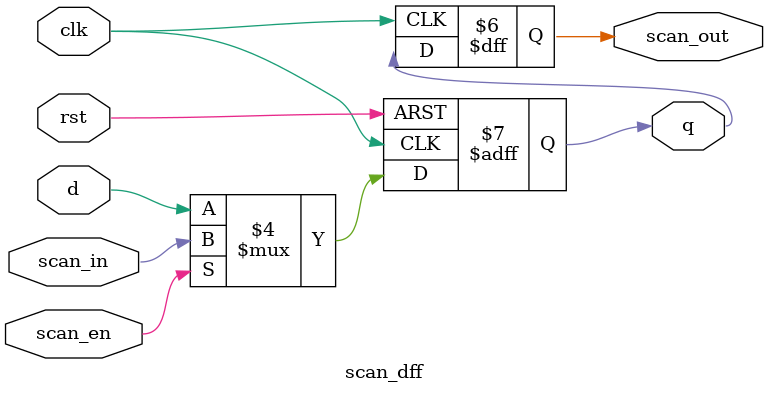
<source format=v>
module scan_dff (
    input  wire clk,
    input  wire rst,
    input  wire d,        // Normal data input
    input  wire scan_in,  // Scan (serial) data input
    input  wire scan_en,  // Scan enable signal: when high, shift in scan_in
    output reg  q,       // Flip-flop output (normal and scan)
    output reg  scan_out // Output for chaining to the next flip-flop
);
    always @(posedge clk or posedge rst) begin
        if (rst)
            q <= 1'b0;
        else if (scan_en)
            q <= scan_in; // In scan mode, capture serial data
        else
            q <= d;       // In functional mode, capture normal data
    end

    // Continuously assign the current output to the scan chain output.
    always @(posedge clk) begin
        scan_out <= q;
    end
endmodule

</source>
